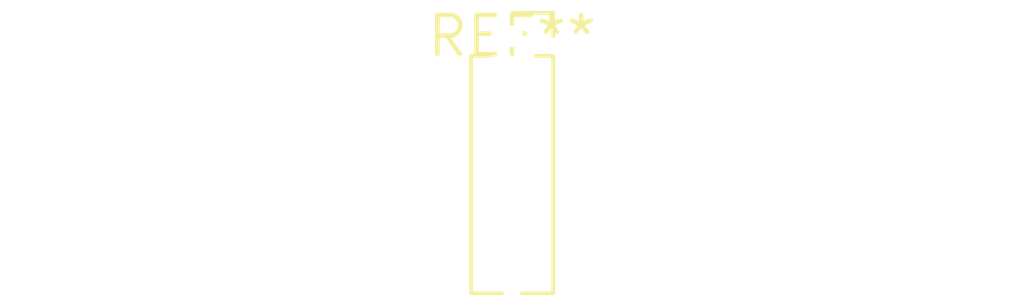
<source format=kicad_pcb>
(kicad_pcb (version 20240108) (generator pcbnew)
  (layers (0 "F.Cu" signal) (31 "B.Cu" signal) (34 "B.Paste" user) (35 "F.Paste" user) (36 "B.SilkS" user "B.Silkscreen") (37 "F.SilkS" user "F.Silkscreen") (38 "B.Mask" user) (39 "F.Mask" user) (44 "Edge.Cuts" user))
  (net 0 "")
  (footprint "PinSocket_1x07_P1.27mm_Vertical" (layer "F.Cu") (at 0 0)
    (property "Reference" "REF**")
    (property "Value" "PinSocket_1x07_P1.27mm_Vertical")
    (fp_line (start -1.33 0.635) (end -1.33 8.315) (layer "F.SilkS") (stroke (width 0.12)))
    (fp_line (start -1.33 0.635) (end -0.76 0.635) (layer "F.SilkS") (stroke (width 0.12)))
    (fp_line (start -1.33 8.315) (end -0.30753 8.315) (layer "F.SilkS") (stroke (width 0.12)))
    (fp_line (start 0 -0.76) (end 1.33 -0.76) (layer "F.SilkS") (stroke (width 0.12)))
    (fp_line (start 0.30753 8.315) (end 1.33 8.315) (layer "F.SilkS") (stroke (width 0.12)))
    (fp_line (start 0.76 0.635) (end 1.33 0.635) (layer "F.SilkS") (stroke (width 0.12)))
    (fp_line (start 1.33 -0.76) (end 1.33 0) (layer "F.SilkS") (stroke (width 0.12)))
    (fp_line (start 1.33 0.635) (end 1.33 8.315) (layer "F.SilkS") (stroke (width 0.12)))
    (pad "1" thru_hole rect (at 0 0) (size 1 1) (drill 0.7) (layers *.Cu *.Mask) (remove_unused_layers))
    (pad "2" thru_hole oval (at 0 1.27) (size 1 1) (drill 0.7) (layers *.Cu *.Mask) (remove_unused_layers))
    (pad "3" thru_hole oval (at 0 2.54) (size 1 1) (drill 0.7) (layers *.Cu *.Mask) (remove_unused_layers))
    (pad "4" thru_hole oval (at 0 3.81) (size 1 1) (drill 0.7) (layers *.Cu *.Mask) (remove_unused_layers))
    (pad "5" thru_hole oval (at 0 5.08) (size 1 1) (drill 0.7) (layers *.Cu *.Mask) (remove_unused_layers))
    (pad "6" thru_hole oval (at 0 6.35) (size 1 1) (drill 0.7) (layers *.Cu *.Mask) (remove_unused_layers))
    (pad "7" thru_hole oval (at 0 7.62) (size 1 1) (drill 0.7) (layers *.Cu *.Mask) (remove_unused_layers))
  )
)
</source>
